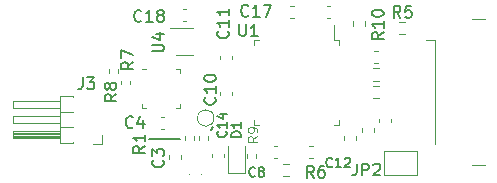
<source format=gbr>
%TF.GenerationSoftware,KiCad,Pcbnew,7.0.6*%
%TF.CreationDate,2023-08-02T13:54:48-07:00*%
%TF.ProjectId,ovrdrive,6f767264-7269-4766-952e-6b696361645f,rev?*%
%TF.SameCoordinates,Original*%
%TF.FileFunction,Legend,Top*%
%TF.FilePolarity,Positive*%
%FSLAX46Y46*%
G04 Gerber Fmt 4.6, Leading zero omitted, Abs format (unit mm)*
G04 Created by KiCad (PCBNEW 7.0.6) date 2023-08-02 13:54:48*
%MOMM*%
%LPD*%
G01*
G04 APERTURE LIST*
%ADD10C,0.150000*%
%ADD11C,0.125000*%
%ADD12C,0.120000*%
%ADD13C,0.100000*%
G04 APERTURE END LIST*
D10*
X122200000Y-107200000D02*
X122000000Y-107400000D01*
X116800000Y-108200000D02*
X119400000Y-108200000D01*
X124562295Y-107990475D02*
X123762295Y-107990475D01*
X123762295Y-107990475D02*
X123762295Y-107799999D01*
X123762295Y-107799999D02*
X123800390Y-107685713D01*
X123800390Y-107685713D02*
X123876580Y-107609523D01*
X123876580Y-107609523D02*
X123952771Y-107571428D01*
X123952771Y-107571428D02*
X124105152Y-107533332D01*
X124105152Y-107533332D02*
X124219438Y-107533332D01*
X124219438Y-107533332D02*
X124371819Y-107571428D01*
X124371819Y-107571428D02*
X124448009Y-107609523D01*
X124448009Y-107609523D02*
X124524200Y-107685713D01*
X124524200Y-107685713D02*
X124562295Y-107799999D01*
X124562295Y-107799999D02*
X124562295Y-107990475D01*
X124562295Y-106771428D02*
X124562295Y-107228571D01*
X124562295Y-106999999D02*
X123762295Y-106999999D01*
X123762295Y-106999999D02*
X123876580Y-107076190D01*
X123876580Y-107076190D02*
X123952771Y-107152380D01*
X123952771Y-107152380D02*
X123990866Y-107228571D01*
X125207142Y-97709580D02*
X125159523Y-97757200D01*
X125159523Y-97757200D02*
X125016666Y-97804819D01*
X125016666Y-97804819D02*
X124921428Y-97804819D01*
X124921428Y-97804819D02*
X124778571Y-97757200D01*
X124778571Y-97757200D02*
X124683333Y-97661961D01*
X124683333Y-97661961D02*
X124635714Y-97566723D01*
X124635714Y-97566723D02*
X124588095Y-97376247D01*
X124588095Y-97376247D02*
X124588095Y-97233390D01*
X124588095Y-97233390D02*
X124635714Y-97042914D01*
X124635714Y-97042914D02*
X124683333Y-96947676D01*
X124683333Y-96947676D02*
X124778571Y-96852438D01*
X124778571Y-96852438D02*
X124921428Y-96804819D01*
X124921428Y-96804819D02*
X125016666Y-96804819D01*
X125016666Y-96804819D02*
X125159523Y-96852438D01*
X125159523Y-96852438D02*
X125207142Y-96900057D01*
X126159523Y-97804819D02*
X125588095Y-97804819D01*
X125873809Y-97804819D02*
X125873809Y-96804819D01*
X125873809Y-96804819D02*
X125778571Y-96947676D01*
X125778571Y-96947676D02*
X125683333Y-97042914D01*
X125683333Y-97042914D02*
X125588095Y-97090533D01*
X126492857Y-96804819D02*
X127159523Y-96804819D01*
X127159523Y-96804819D02*
X126730952Y-97804819D01*
X116157142Y-98159580D02*
X116109523Y-98207200D01*
X116109523Y-98207200D02*
X115966666Y-98254819D01*
X115966666Y-98254819D02*
X115871428Y-98254819D01*
X115871428Y-98254819D02*
X115728571Y-98207200D01*
X115728571Y-98207200D02*
X115633333Y-98111961D01*
X115633333Y-98111961D02*
X115585714Y-98016723D01*
X115585714Y-98016723D02*
X115538095Y-97826247D01*
X115538095Y-97826247D02*
X115538095Y-97683390D01*
X115538095Y-97683390D02*
X115585714Y-97492914D01*
X115585714Y-97492914D02*
X115633333Y-97397676D01*
X115633333Y-97397676D02*
X115728571Y-97302438D01*
X115728571Y-97302438D02*
X115871428Y-97254819D01*
X115871428Y-97254819D02*
X115966666Y-97254819D01*
X115966666Y-97254819D02*
X116109523Y-97302438D01*
X116109523Y-97302438D02*
X116157142Y-97350057D01*
X117109523Y-98254819D02*
X116538095Y-98254819D01*
X116823809Y-98254819D02*
X116823809Y-97254819D01*
X116823809Y-97254819D02*
X116728571Y-97397676D01*
X116728571Y-97397676D02*
X116633333Y-97492914D01*
X116633333Y-97492914D02*
X116538095Y-97540533D01*
X117680952Y-97683390D02*
X117585714Y-97635771D01*
X117585714Y-97635771D02*
X117538095Y-97588152D01*
X117538095Y-97588152D02*
X117490476Y-97492914D01*
X117490476Y-97492914D02*
X117490476Y-97445295D01*
X117490476Y-97445295D02*
X117538095Y-97350057D01*
X117538095Y-97350057D02*
X117585714Y-97302438D01*
X117585714Y-97302438D02*
X117680952Y-97254819D01*
X117680952Y-97254819D02*
X117871428Y-97254819D01*
X117871428Y-97254819D02*
X117966666Y-97302438D01*
X117966666Y-97302438D02*
X118014285Y-97350057D01*
X118014285Y-97350057D02*
X118061904Y-97445295D01*
X118061904Y-97445295D02*
X118061904Y-97492914D01*
X118061904Y-97492914D02*
X118014285Y-97588152D01*
X118014285Y-97588152D02*
X117966666Y-97635771D01*
X117966666Y-97635771D02*
X117871428Y-97683390D01*
X117871428Y-97683390D02*
X117680952Y-97683390D01*
X117680952Y-97683390D02*
X117585714Y-97731009D01*
X117585714Y-97731009D02*
X117538095Y-97778628D01*
X117538095Y-97778628D02*
X117490476Y-97873866D01*
X117490476Y-97873866D02*
X117490476Y-98064342D01*
X117490476Y-98064342D02*
X117538095Y-98159580D01*
X117538095Y-98159580D02*
X117585714Y-98207200D01*
X117585714Y-98207200D02*
X117680952Y-98254819D01*
X117680952Y-98254819D02*
X117871428Y-98254819D01*
X117871428Y-98254819D02*
X117966666Y-98207200D01*
X117966666Y-98207200D02*
X118014285Y-98159580D01*
X118014285Y-98159580D02*
X118061904Y-98064342D01*
X118061904Y-98064342D02*
X118061904Y-97873866D01*
X118061904Y-97873866D02*
X118014285Y-97778628D01*
X118014285Y-97778628D02*
X117966666Y-97731009D01*
X117966666Y-97731009D02*
X117871428Y-97683390D01*
X138083333Y-97904819D02*
X137750000Y-97428628D01*
X137511905Y-97904819D02*
X137511905Y-96904819D01*
X137511905Y-96904819D02*
X137892857Y-96904819D01*
X137892857Y-96904819D02*
X137988095Y-96952438D01*
X137988095Y-96952438D02*
X138035714Y-97000057D01*
X138035714Y-97000057D02*
X138083333Y-97095295D01*
X138083333Y-97095295D02*
X138083333Y-97238152D01*
X138083333Y-97238152D02*
X138035714Y-97333390D01*
X138035714Y-97333390D02*
X137988095Y-97381009D01*
X137988095Y-97381009D02*
X137892857Y-97428628D01*
X137892857Y-97428628D02*
X137511905Y-97428628D01*
X138988095Y-96904819D02*
X138511905Y-96904819D01*
X138511905Y-96904819D02*
X138464286Y-97381009D01*
X138464286Y-97381009D02*
X138511905Y-97333390D01*
X138511905Y-97333390D02*
X138607143Y-97285771D01*
X138607143Y-97285771D02*
X138845238Y-97285771D01*
X138845238Y-97285771D02*
X138940476Y-97333390D01*
X138940476Y-97333390D02*
X138988095Y-97381009D01*
X138988095Y-97381009D02*
X139035714Y-97476247D01*
X139035714Y-97476247D02*
X139035714Y-97714342D01*
X139035714Y-97714342D02*
X138988095Y-97809580D01*
X138988095Y-97809580D02*
X138940476Y-97857200D01*
X138940476Y-97857200D02*
X138845238Y-97904819D01*
X138845238Y-97904819D02*
X138607143Y-97904819D01*
X138607143Y-97904819D02*
X138511905Y-97857200D01*
X138511905Y-97857200D02*
X138464286Y-97809580D01*
X115454819Y-101666666D02*
X114978628Y-101999999D01*
X115454819Y-102238094D02*
X114454819Y-102238094D01*
X114454819Y-102238094D02*
X114454819Y-101857142D01*
X114454819Y-101857142D02*
X114502438Y-101761904D01*
X114502438Y-101761904D02*
X114550057Y-101714285D01*
X114550057Y-101714285D02*
X114645295Y-101666666D01*
X114645295Y-101666666D02*
X114788152Y-101666666D01*
X114788152Y-101666666D02*
X114883390Y-101714285D01*
X114883390Y-101714285D02*
X114931009Y-101761904D01*
X114931009Y-101761904D02*
X114978628Y-101857142D01*
X114978628Y-101857142D02*
X114978628Y-102238094D01*
X114454819Y-101333332D02*
X114454819Y-100666666D01*
X114454819Y-100666666D02*
X115454819Y-101095237D01*
X122359580Y-104642857D02*
X122407200Y-104690476D01*
X122407200Y-104690476D02*
X122454819Y-104833333D01*
X122454819Y-104833333D02*
X122454819Y-104928571D01*
X122454819Y-104928571D02*
X122407200Y-105071428D01*
X122407200Y-105071428D02*
X122311961Y-105166666D01*
X122311961Y-105166666D02*
X122216723Y-105214285D01*
X122216723Y-105214285D02*
X122026247Y-105261904D01*
X122026247Y-105261904D02*
X121883390Y-105261904D01*
X121883390Y-105261904D02*
X121692914Y-105214285D01*
X121692914Y-105214285D02*
X121597676Y-105166666D01*
X121597676Y-105166666D02*
X121502438Y-105071428D01*
X121502438Y-105071428D02*
X121454819Y-104928571D01*
X121454819Y-104928571D02*
X121454819Y-104833333D01*
X121454819Y-104833333D02*
X121502438Y-104690476D01*
X121502438Y-104690476D02*
X121550057Y-104642857D01*
X122454819Y-103690476D02*
X122454819Y-104261904D01*
X122454819Y-103976190D02*
X121454819Y-103976190D01*
X121454819Y-103976190D02*
X121597676Y-104071428D01*
X121597676Y-104071428D02*
X121692914Y-104166666D01*
X121692914Y-104166666D02*
X121740533Y-104261904D01*
X121454819Y-103071428D02*
X121454819Y-102976190D01*
X121454819Y-102976190D02*
X121502438Y-102880952D01*
X121502438Y-102880952D02*
X121550057Y-102833333D01*
X121550057Y-102833333D02*
X121645295Y-102785714D01*
X121645295Y-102785714D02*
X121835771Y-102738095D01*
X121835771Y-102738095D02*
X122073866Y-102738095D01*
X122073866Y-102738095D02*
X122264342Y-102785714D01*
X122264342Y-102785714D02*
X122359580Y-102833333D01*
X122359580Y-102833333D02*
X122407200Y-102880952D01*
X122407200Y-102880952D02*
X122454819Y-102976190D01*
X122454819Y-102976190D02*
X122454819Y-103071428D01*
X122454819Y-103071428D02*
X122407200Y-103166666D01*
X122407200Y-103166666D02*
X122359580Y-103214285D01*
X122359580Y-103214285D02*
X122264342Y-103261904D01*
X122264342Y-103261904D02*
X122073866Y-103309523D01*
X122073866Y-103309523D02*
X121835771Y-103309523D01*
X121835771Y-103309523D02*
X121645295Y-103261904D01*
X121645295Y-103261904D02*
X121550057Y-103214285D01*
X121550057Y-103214285D02*
X121502438Y-103166666D01*
X121502438Y-103166666D02*
X121454819Y-103071428D01*
X117054819Y-100761904D02*
X117864342Y-100761904D01*
X117864342Y-100761904D02*
X117959580Y-100714285D01*
X117959580Y-100714285D02*
X118007200Y-100666666D01*
X118007200Y-100666666D02*
X118054819Y-100571428D01*
X118054819Y-100571428D02*
X118054819Y-100380952D01*
X118054819Y-100380952D02*
X118007200Y-100285714D01*
X118007200Y-100285714D02*
X117959580Y-100238095D01*
X117959580Y-100238095D02*
X117864342Y-100190476D01*
X117864342Y-100190476D02*
X117054819Y-100190476D01*
X117388152Y-99285714D02*
X118054819Y-99285714D01*
X117007200Y-99523809D02*
X117721485Y-99761904D01*
X117721485Y-99761904D02*
X117721485Y-99142857D01*
X111166666Y-102954819D02*
X111166666Y-103669104D01*
X111166666Y-103669104D02*
X111119047Y-103811961D01*
X111119047Y-103811961D02*
X111023809Y-103907200D01*
X111023809Y-103907200D02*
X110880952Y-103954819D01*
X110880952Y-103954819D02*
X110785714Y-103954819D01*
X111547619Y-102954819D02*
X112166666Y-102954819D01*
X112166666Y-102954819D02*
X111833333Y-103335771D01*
X111833333Y-103335771D02*
X111976190Y-103335771D01*
X111976190Y-103335771D02*
X112071428Y-103383390D01*
X112071428Y-103383390D02*
X112119047Y-103431009D01*
X112119047Y-103431009D02*
X112166666Y-103526247D01*
X112166666Y-103526247D02*
X112166666Y-103764342D01*
X112166666Y-103764342D02*
X112119047Y-103859580D01*
X112119047Y-103859580D02*
X112071428Y-103907200D01*
X112071428Y-103907200D02*
X111976190Y-103954819D01*
X111976190Y-103954819D02*
X111690476Y-103954819D01*
X111690476Y-103954819D02*
X111595238Y-103907200D01*
X111595238Y-103907200D02*
X111547619Y-103859580D01*
X125766667Y-111286104D02*
X125728571Y-111324200D01*
X125728571Y-111324200D02*
X125614286Y-111362295D01*
X125614286Y-111362295D02*
X125538095Y-111362295D01*
X125538095Y-111362295D02*
X125423809Y-111324200D01*
X125423809Y-111324200D02*
X125347619Y-111248009D01*
X125347619Y-111248009D02*
X125309524Y-111171819D01*
X125309524Y-111171819D02*
X125271428Y-111019438D01*
X125271428Y-111019438D02*
X125271428Y-110905152D01*
X125271428Y-110905152D02*
X125309524Y-110752771D01*
X125309524Y-110752771D02*
X125347619Y-110676580D01*
X125347619Y-110676580D02*
X125423809Y-110600390D01*
X125423809Y-110600390D02*
X125538095Y-110562295D01*
X125538095Y-110562295D02*
X125614286Y-110562295D01*
X125614286Y-110562295D02*
X125728571Y-110600390D01*
X125728571Y-110600390D02*
X125766667Y-110638485D01*
X126223809Y-110905152D02*
X126147619Y-110867057D01*
X126147619Y-110867057D02*
X126109524Y-110828961D01*
X126109524Y-110828961D02*
X126071428Y-110752771D01*
X126071428Y-110752771D02*
X126071428Y-110714676D01*
X126071428Y-110714676D02*
X126109524Y-110638485D01*
X126109524Y-110638485D02*
X126147619Y-110600390D01*
X126147619Y-110600390D02*
X126223809Y-110562295D01*
X126223809Y-110562295D02*
X126376190Y-110562295D01*
X126376190Y-110562295D02*
X126452381Y-110600390D01*
X126452381Y-110600390D02*
X126490476Y-110638485D01*
X126490476Y-110638485D02*
X126528571Y-110714676D01*
X126528571Y-110714676D02*
X126528571Y-110752771D01*
X126528571Y-110752771D02*
X126490476Y-110828961D01*
X126490476Y-110828961D02*
X126452381Y-110867057D01*
X126452381Y-110867057D02*
X126376190Y-110905152D01*
X126376190Y-110905152D02*
X126223809Y-110905152D01*
X126223809Y-110905152D02*
X126147619Y-110943247D01*
X126147619Y-110943247D02*
X126109524Y-110981342D01*
X126109524Y-110981342D02*
X126071428Y-111057533D01*
X126071428Y-111057533D02*
X126071428Y-111209914D01*
X126071428Y-111209914D02*
X126109524Y-111286104D01*
X126109524Y-111286104D02*
X126147619Y-111324200D01*
X126147619Y-111324200D02*
X126223809Y-111362295D01*
X126223809Y-111362295D02*
X126376190Y-111362295D01*
X126376190Y-111362295D02*
X126452381Y-111324200D01*
X126452381Y-111324200D02*
X126490476Y-111286104D01*
X126490476Y-111286104D02*
X126528571Y-111209914D01*
X126528571Y-111209914D02*
X126528571Y-111057533D01*
X126528571Y-111057533D02*
X126490476Y-110981342D01*
X126490476Y-110981342D02*
X126452381Y-110943247D01*
X126452381Y-110943247D02*
X126376190Y-110905152D01*
X117959580Y-109966666D02*
X118007200Y-110014285D01*
X118007200Y-110014285D02*
X118054819Y-110157142D01*
X118054819Y-110157142D02*
X118054819Y-110252380D01*
X118054819Y-110252380D02*
X118007200Y-110395237D01*
X118007200Y-110395237D02*
X117911961Y-110490475D01*
X117911961Y-110490475D02*
X117816723Y-110538094D01*
X117816723Y-110538094D02*
X117626247Y-110585713D01*
X117626247Y-110585713D02*
X117483390Y-110585713D01*
X117483390Y-110585713D02*
X117292914Y-110538094D01*
X117292914Y-110538094D02*
X117197676Y-110490475D01*
X117197676Y-110490475D02*
X117102438Y-110395237D01*
X117102438Y-110395237D02*
X117054819Y-110252380D01*
X117054819Y-110252380D02*
X117054819Y-110157142D01*
X117054819Y-110157142D02*
X117102438Y-110014285D01*
X117102438Y-110014285D02*
X117150057Y-109966666D01*
X117054819Y-109633332D02*
X117054819Y-109014285D01*
X117054819Y-109014285D02*
X117435771Y-109347618D01*
X117435771Y-109347618D02*
X117435771Y-109204761D01*
X117435771Y-109204761D02*
X117483390Y-109109523D01*
X117483390Y-109109523D02*
X117531009Y-109061904D01*
X117531009Y-109061904D02*
X117626247Y-109014285D01*
X117626247Y-109014285D02*
X117864342Y-109014285D01*
X117864342Y-109014285D02*
X117959580Y-109061904D01*
X117959580Y-109061904D02*
X118007200Y-109109523D01*
X118007200Y-109109523D02*
X118054819Y-109204761D01*
X118054819Y-109204761D02*
X118054819Y-109490475D01*
X118054819Y-109490475D02*
X118007200Y-109585713D01*
X118007200Y-109585713D02*
X117959580Y-109633332D01*
X134366666Y-110254819D02*
X134366666Y-110969104D01*
X134366666Y-110969104D02*
X134319047Y-111111961D01*
X134319047Y-111111961D02*
X134223809Y-111207200D01*
X134223809Y-111207200D02*
X134080952Y-111254819D01*
X134080952Y-111254819D02*
X133985714Y-111254819D01*
X134842857Y-111254819D02*
X134842857Y-110254819D01*
X134842857Y-110254819D02*
X135223809Y-110254819D01*
X135223809Y-110254819D02*
X135319047Y-110302438D01*
X135319047Y-110302438D02*
X135366666Y-110350057D01*
X135366666Y-110350057D02*
X135414285Y-110445295D01*
X135414285Y-110445295D02*
X135414285Y-110588152D01*
X135414285Y-110588152D02*
X135366666Y-110683390D01*
X135366666Y-110683390D02*
X135319047Y-110731009D01*
X135319047Y-110731009D02*
X135223809Y-110778628D01*
X135223809Y-110778628D02*
X134842857Y-110778628D01*
X135795238Y-110350057D02*
X135842857Y-110302438D01*
X135842857Y-110302438D02*
X135938095Y-110254819D01*
X135938095Y-110254819D02*
X136176190Y-110254819D01*
X136176190Y-110254819D02*
X136271428Y-110302438D01*
X136271428Y-110302438D02*
X136319047Y-110350057D01*
X136319047Y-110350057D02*
X136366666Y-110445295D01*
X136366666Y-110445295D02*
X136366666Y-110540533D01*
X136366666Y-110540533D02*
X136319047Y-110683390D01*
X136319047Y-110683390D02*
X135747619Y-111254819D01*
X135747619Y-111254819D02*
X136366666Y-111254819D01*
D11*
X125963595Y-107933332D02*
X125582642Y-108199999D01*
X125963595Y-108390475D02*
X125163595Y-108390475D01*
X125163595Y-108390475D02*
X125163595Y-108085713D01*
X125163595Y-108085713D02*
X125201690Y-108009523D01*
X125201690Y-108009523D02*
X125239785Y-107971428D01*
X125239785Y-107971428D02*
X125315976Y-107933332D01*
X125315976Y-107933332D02*
X125430261Y-107933332D01*
X125430261Y-107933332D02*
X125506452Y-107971428D01*
X125506452Y-107971428D02*
X125544547Y-108009523D01*
X125544547Y-108009523D02*
X125582642Y-108085713D01*
X125582642Y-108085713D02*
X125582642Y-108390475D01*
X125963595Y-107552380D02*
X125963595Y-107399999D01*
X125963595Y-107399999D02*
X125925500Y-107323809D01*
X125925500Y-107323809D02*
X125887404Y-107285713D01*
X125887404Y-107285713D02*
X125773119Y-107209523D01*
X125773119Y-107209523D02*
X125620738Y-107171428D01*
X125620738Y-107171428D02*
X125315976Y-107171428D01*
X125315976Y-107171428D02*
X125239785Y-107209523D01*
X125239785Y-107209523D02*
X125201690Y-107247618D01*
X125201690Y-107247618D02*
X125163595Y-107323809D01*
X125163595Y-107323809D02*
X125163595Y-107476190D01*
X125163595Y-107476190D02*
X125201690Y-107552380D01*
X125201690Y-107552380D02*
X125239785Y-107590475D01*
X125239785Y-107590475D02*
X125315976Y-107628571D01*
X125315976Y-107628571D02*
X125506452Y-107628571D01*
X125506452Y-107628571D02*
X125582642Y-107590475D01*
X125582642Y-107590475D02*
X125620738Y-107552380D01*
X125620738Y-107552380D02*
X125658833Y-107476190D01*
X125658833Y-107476190D02*
X125658833Y-107323809D01*
X125658833Y-107323809D02*
X125620738Y-107247618D01*
X125620738Y-107247618D02*
X125582642Y-107209523D01*
X125582642Y-107209523D02*
X125506452Y-107171428D01*
D10*
X136654819Y-99142857D02*
X136178628Y-99476190D01*
X136654819Y-99714285D02*
X135654819Y-99714285D01*
X135654819Y-99714285D02*
X135654819Y-99333333D01*
X135654819Y-99333333D02*
X135702438Y-99238095D01*
X135702438Y-99238095D02*
X135750057Y-99190476D01*
X135750057Y-99190476D02*
X135845295Y-99142857D01*
X135845295Y-99142857D02*
X135988152Y-99142857D01*
X135988152Y-99142857D02*
X136083390Y-99190476D01*
X136083390Y-99190476D02*
X136131009Y-99238095D01*
X136131009Y-99238095D02*
X136178628Y-99333333D01*
X136178628Y-99333333D02*
X136178628Y-99714285D01*
X136654819Y-98190476D02*
X136654819Y-98761904D01*
X136654819Y-98476190D02*
X135654819Y-98476190D01*
X135654819Y-98476190D02*
X135797676Y-98571428D01*
X135797676Y-98571428D02*
X135892914Y-98666666D01*
X135892914Y-98666666D02*
X135940533Y-98761904D01*
X135654819Y-97571428D02*
X135654819Y-97476190D01*
X135654819Y-97476190D02*
X135702438Y-97380952D01*
X135702438Y-97380952D02*
X135750057Y-97333333D01*
X135750057Y-97333333D02*
X135845295Y-97285714D01*
X135845295Y-97285714D02*
X136035771Y-97238095D01*
X136035771Y-97238095D02*
X136273866Y-97238095D01*
X136273866Y-97238095D02*
X136464342Y-97285714D01*
X136464342Y-97285714D02*
X136559580Y-97333333D01*
X136559580Y-97333333D02*
X136607200Y-97380952D01*
X136607200Y-97380952D02*
X136654819Y-97476190D01*
X136654819Y-97476190D02*
X136654819Y-97571428D01*
X136654819Y-97571428D02*
X136607200Y-97666666D01*
X136607200Y-97666666D02*
X136559580Y-97714285D01*
X136559580Y-97714285D02*
X136464342Y-97761904D01*
X136464342Y-97761904D02*
X136273866Y-97809523D01*
X136273866Y-97809523D02*
X136035771Y-97809523D01*
X136035771Y-97809523D02*
X135845295Y-97761904D01*
X135845295Y-97761904D02*
X135750057Y-97714285D01*
X135750057Y-97714285D02*
X135702438Y-97666666D01*
X135702438Y-97666666D02*
X135654819Y-97571428D01*
X123286104Y-107514285D02*
X123324200Y-107552381D01*
X123324200Y-107552381D02*
X123362295Y-107666666D01*
X123362295Y-107666666D02*
X123362295Y-107742857D01*
X123362295Y-107742857D02*
X123324200Y-107857143D01*
X123324200Y-107857143D02*
X123248009Y-107933333D01*
X123248009Y-107933333D02*
X123171819Y-107971428D01*
X123171819Y-107971428D02*
X123019438Y-108009524D01*
X123019438Y-108009524D02*
X122905152Y-108009524D01*
X122905152Y-108009524D02*
X122752771Y-107971428D01*
X122752771Y-107971428D02*
X122676580Y-107933333D01*
X122676580Y-107933333D02*
X122600390Y-107857143D01*
X122600390Y-107857143D02*
X122562295Y-107742857D01*
X122562295Y-107742857D02*
X122562295Y-107666666D01*
X122562295Y-107666666D02*
X122600390Y-107552381D01*
X122600390Y-107552381D02*
X122638485Y-107514285D01*
X123362295Y-106752381D02*
X123362295Y-107209524D01*
X123362295Y-106980952D02*
X122562295Y-106980952D01*
X122562295Y-106980952D02*
X122676580Y-107057143D01*
X122676580Y-107057143D02*
X122752771Y-107133333D01*
X122752771Y-107133333D02*
X122790866Y-107209524D01*
X122828961Y-106066666D02*
X123362295Y-106066666D01*
X122524200Y-106257142D02*
X123095628Y-106447619D01*
X123095628Y-106447619D02*
X123095628Y-105952380D01*
X115433333Y-107159580D02*
X115385714Y-107207200D01*
X115385714Y-107207200D02*
X115242857Y-107254819D01*
X115242857Y-107254819D02*
X115147619Y-107254819D01*
X115147619Y-107254819D02*
X115004762Y-107207200D01*
X115004762Y-107207200D02*
X114909524Y-107111961D01*
X114909524Y-107111961D02*
X114861905Y-107016723D01*
X114861905Y-107016723D02*
X114814286Y-106826247D01*
X114814286Y-106826247D02*
X114814286Y-106683390D01*
X114814286Y-106683390D02*
X114861905Y-106492914D01*
X114861905Y-106492914D02*
X114909524Y-106397676D01*
X114909524Y-106397676D02*
X115004762Y-106302438D01*
X115004762Y-106302438D02*
X115147619Y-106254819D01*
X115147619Y-106254819D02*
X115242857Y-106254819D01*
X115242857Y-106254819D02*
X115385714Y-106302438D01*
X115385714Y-106302438D02*
X115433333Y-106350057D01*
X116290476Y-106588152D02*
X116290476Y-107254819D01*
X116052381Y-106207200D02*
X115814286Y-106921485D01*
X115814286Y-106921485D02*
X116433333Y-106921485D01*
X132285714Y-110486104D02*
X132247618Y-110524200D01*
X132247618Y-110524200D02*
X132133333Y-110562295D01*
X132133333Y-110562295D02*
X132057142Y-110562295D01*
X132057142Y-110562295D02*
X131942856Y-110524200D01*
X131942856Y-110524200D02*
X131866666Y-110448009D01*
X131866666Y-110448009D02*
X131828571Y-110371819D01*
X131828571Y-110371819D02*
X131790475Y-110219438D01*
X131790475Y-110219438D02*
X131790475Y-110105152D01*
X131790475Y-110105152D02*
X131828571Y-109952771D01*
X131828571Y-109952771D02*
X131866666Y-109876580D01*
X131866666Y-109876580D02*
X131942856Y-109800390D01*
X131942856Y-109800390D02*
X132057142Y-109762295D01*
X132057142Y-109762295D02*
X132133333Y-109762295D01*
X132133333Y-109762295D02*
X132247618Y-109800390D01*
X132247618Y-109800390D02*
X132285714Y-109838485D01*
X133047618Y-110562295D02*
X132590475Y-110562295D01*
X132819047Y-110562295D02*
X132819047Y-109762295D01*
X132819047Y-109762295D02*
X132742856Y-109876580D01*
X132742856Y-109876580D02*
X132666666Y-109952771D01*
X132666666Y-109952771D02*
X132590475Y-109990866D01*
X133352380Y-109838485D02*
X133390476Y-109800390D01*
X133390476Y-109800390D02*
X133466666Y-109762295D01*
X133466666Y-109762295D02*
X133657142Y-109762295D01*
X133657142Y-109762295D02*
X133733333Y-109800390D01*
X133733333Y-109800390D02*
X133771428Y-109838485D01*
X133771428Y-109838485D02*
X133809523Y-109914676D01*
X133809523Y-109914676D02*
X133809523Y-109990866D01*
X133809523Y-109990866D02*
X133771428Y-110105152D01*
X133771428Y-110105152D02*
X133314285Y-110562295D01*
X133314285Y-110562295D02*
X133809523Y-110562295D01*
X116454819Y-108766666D02*
X115978628Y-109099999D01*
X116454819Y-109338094D02*
X115454819Y-109338094D01*
X115454819Y-109338094D02*
X115454819Y-108957142D01*
X115454819Y-108957142D02*
X115502438Y-108861904D01*
X115502438Y-108861904D02*
X115550057Y-108814285D01*
X115550057Y-108814285D02*
X115645295Y-108766666D01*
X115645295Y-108766666D02*
X115788152Y-108766666D01*
X115788152Y-108766666D02*
X115883390Y-108814285D01*
X115883390Y-108814285D02*
X115931009Y-108861904D01*
X115931009Y-108861904D02*
X115978628Y-108957142D01*
X115978628Y-108957142D02*
X115978628Y-109338094D01*
X116454819Y-107814285D02*
X116454819Y-108385713D01*
X116454819Y-108099999D02*
X115454819Y-108099999D01*
X115454819Y-108099999D02*
X115597676Y-108195237D01*
X115597676Y-108195237D02*
X115692914Y-108290475D01*
X115692914Y-108290475D02*
X115740533Y-108385713D01*
X123459580Y-99042857D02*
X123507200Y-99090476D01*
X123507200Y-99090476D02*
X123554819Y-99233333D01*
X123554819Y-99233333D02*
X123554819Y-99328571D01*
X123554819Y-99328571D02*
X123507200Y-99471428D01*
X123507200Y-99471428D02*
X123411961Y-99566666D01*
X123411961Y-99566666D02*
X123316723Y-99614285D01*
X123316723Y-99614285D02*
X123126247Y-99661904D01*
X123126247Y-99661904D02*
X122983390Y-99661904D01*
X122983390Y-99661904D02*
X122792914Y-99614285D01*
X122792914Y-99614285D02*
X122697676Y-99566666D01*
X122697676Y-99566666D02*
X122602438Y-99471428D01*
X122602438Y-99471428D02*
X122554819Y-99328571D01*
X122554819Y-99328571D02*
X122554819Y-99233333D01*
X122554819Y-99233333D02*
X122602438Y-99090476D01*
X122602438Y-99090476D02*
X122650057Y-99042857D01*
X123554819Y-98090476D02*
X123554819Y-98661904D01*
X123554819Y-98376190D02*
X122554819Y-98376190D01*
X122554819Y-98376190D02*
X122697676Y-98471428D01*
X122697676Y-98471428D02*
X122792914Y-98566666D01*
X122792914Y-98566666D02*
X122840533Y-98661904D01*
X123554819Y-97138095D02*
X123554819Y-97709523D01*
X123554819Y-97423809D02*
X122554819Y-97423809D01*
X122554819Y-97423809D02*
X122697676Y-97519047D01*
X122697676Y-97519047D02*
X122792914Y-97614285D01*
X122792914Y-97614285D02*
X122840533Y-97709523D01*
X130733333Y-111454819D02*
X130400000Y-110978628D01*
X130161905Y-111454819D02*
X130161905Y-110454819D01*
X130161905Y-110454819D02*
X130542857Y-110454819D01*
X130542857Y-110454819D02*
X130638095Y-110502438D01*
X130638095Y-110502438D02*
X130685714Y-110550057D01*
X130685714Y-110550057D02*
X130733333Y-110645295D01*
X130733333Y-110645295D02*
X130733333Y-110788152D01*
X130733333Y-110788152D02*
X130685714Y-110883390D01*
X130685714Y-110883390D02*
X130638095Y-110931009D01*
X130638095Y-110931009D02*
X130542857Y-110978628D01*
X130542857Y-110978628D02*
X130161905Y-110978628D01*
X131590476Y-110454819D02*
X131400000Y-110454819D01*
X131400000Y-110454819D02*
X131304762Y-110502438D01*
X131304762Y-110502438D02*
X131257143Y-110550057D01*
X131257143Y-110550057D02*
X131161905Y-110692914D01*
X131161905Y-110692914D02*
X131114286Y-110883390D01*
X131114286Y-110883390D02*
X131114286Y-111264342D01*
X131114286Y-111264342D02*
X131161905Y-111359580D01*
X131161905Y-111359580D02*
X131209524Y-111407200D01*
X131209524Y-111407200D02*
X131304762Y-111454819D01*
X131304762Y-111454819D02*
X131495238Y-111454819D01*
X131495238Y-111454819D02*
X131590476Y-111407200D01*
X131590476Y-111407200D02*
X131638095Y-111359580D01*
X131638095Y-111359580D02*
X131685714Y-111264342D01*
X131685714Y-111264342D02*
X131685714Y-111026247D01*
X131685714Y-111026247D02*
X131638095Y-110931009D01*
X131638095Y-110931009D02*
X131590476Y-110883390D01*
X131590476Y-110883390D02*
X131495238Y-110835771D01*
X131495238Y-110835771D02*
X131304762Y-110835771D01*
X131304762Y-110835771D02*
X131209524Y-110883390D01*
X131209524Y-110883390D02*
X131161905Y-110931009D01*
X131161905Y-110931009D02*
X131114286Y-111026247D01*
X114029819Y-104366666D02*
X113553628Y-104699999D01*
X114029819Y-104938094D02*
X113029819Y-104938094D01*
X113029819Y-104938094D02*
X113029819Y-104557142D01*
X113029819Y-104557142D02*
X113077438Y-104461904D01*
X113077438Y-104461904D02*
X113125057Y-104414285D01*
X113125057Y-104414285D02*
X113220295Y-104366666D01*
X113220295Y-104366666D02*
X113363152Y-104366666D01*
X113363152Y-104366666D02*
X113458390Y-104414285D01*
X113458390Y-104414285D02*
X113506009Y-104461904D01*
X113506009Y-104461904D02*
X113553628Y-104557142D01*
X113553628Y-104557142D02*
X113553628Y-104938094D01*
X113458390Y-103795237D02*
X113410771Y-103890475D01*
X113410771Y-103890475D02*
X113363152Y-103938094D01*
X113363152Y-103938094D02*
X113267914Y-103985713D01*
X113267914Y-103985713D02*
X113220295Y-103985713D01*
X113220295Y-103985713D02*
X113125057Y-103938094D01*
X113125057Y-103938094D02*
X113077438Y-103890475D01*
X113077438Y-103890475D02*
X113029819Y-103795237D01*
X113029819Y-103795237D02*
X113029819Y-103604761D01*
X113029819Y-103604761D02*
X113077438Y-103509523D01*
X113077438Y-103509523D02*
X113125057Y-103461904D01*
X113125057Y-103461904D02*
X113220295Y-103414285D01*
X113220295Y-103414285D02*
X113267914Y-103414285D01*
X113267914Y-103414285D02*
X113363152Y-103461904D01*
X113363152Y-103461904D02*
X113410771Y-103509523D01*
X113410771Y-103509523D02*
X113458390Y-103604761D01*
X113458390Y-103604761D02*
X113458390Y-103795237D01*
X113458390Y-103795237D02*
X113506009Y-103890475D01*
X113506009Y-103890475D02*
X113553628Y-103938094D01*
X113553628Y-103938094D02*
X113648866Y-103985713D01*
X113648866Y-103985713D02*
X113839342Y-103985713D01*
X113839342Y-103985713D02*
X113934580Y-103938094D01*
X113934580Y-103938094D02*
X113982200Y-103890475D01*
X113982200Y-103890475D02*
X114029819Y-103795237D01*
X114029819Y-103795237D02*
X114029819Y-103604761D01*
X114029819Y-103604761D02*
X113982200Y-103509523D01*
X113982200Y-103509523D02*
X113934580Y-103461904D01*
X113934580Y-103461904D02*
X113839342Y-103414285D01*
X113839342Y-103414285D02*
X113648866Y-103414285D01*
X113648866Y-103414285D02*
X113553628Y-103461904D01*
X113553628Y-103461904D02*
X113506009Y-103509523D01*
X113506009Y-103509523D02*
X113458390Y-103604761D01*
X124438095Y-98454819D02*
X124438095Y-99264342D01*
X124438095Y-99264342D02*
X124485714Y-99359580D01*
X124485714Y-99359580D02*
X124533333Y-99407200D01*
X124533333Y-99407200D02*
X124628571Y-99454819D01*
X124628571Y-99454819D02*
X124819047Y-99454819D01*
X124819047Y-99454819D02*
X124914285Y-99407200D01*
X124914285Y-99407200D02*
X124961904Y-99359580D01*
X124961904Y-99359580D02*
X125009523Y-99264342D01*
X125009523Y-99264342D02*
X125009523Y-98454819D01*
X126009523Y-99454819D02*
X125438095Y-99454819D01*
X125723809Y-99454819D02*
X125723809Y-98454819D01*
X125723809Y-98454819D02*
X125628571Y-98597676D01*
X125628571Y-98597676D02*
X125533333Y-98692914D01*
X125533333Y-98692914D02*
X125438095Y-98740533D01*
D12*
%TO.C,D1*%
X123465000Y-108800000D02*
X123465000Y-111085000D01*
X124935000Y-111085000D02*
X124935000Y-108800000D01*
X123465000Y-111085000D02*
X124935000Y-111085000D01*
%TO.C,C17*%
X129040580Y-97910000D02*
X128759420Y-97910000D01*
X129040580Y-96890000D02*
X128759420Y-96890000D01*
D13*
%TO.C,D3*%
X121250000Y-111180000D02*
G75*
G03*
X121250000Y-111180000I-50000J0D01*
G01*
D12*
%TO.C,C7*%
X131859420Y-96890000D02*
X132140580Y-96890000D01*
X131859420Y-97910000D02*
X132140580Y-97910000D01*
%TO.C,C18*%
X119940580Y-98210000D02*
X119659420Y-98210000D01*
X119940580Y-97190000D02*
X119659420Y-97190000D01*
%TO.C,R4*%
X136237258Y-103222500D02*
X135762742Y-103222500D01*
X136237258Y-102177500D02*
X135762742Y-102177500D01*
%TO.C,R5*%
X138462258Y-99322500D02*
X137987742Y-99322500D01*
X138462258Y-98277500D02*
X137987742Y-98277500D01*
%TO.C,C6*%
X135810000Y-107259420D02*
X135810000Y-107540580D01*
X134790000Y-107259420D02*
X134790000Y-107540580D01*
%TO.C,R7*%
X115180000Y-103246359D02*
X115180000Y-103553641D01*
X114420000Y-103246359D02*
X114420000Y-103553641D01*
%TO.C,J1*%
X140980000Y-99800000D02*
X140225000Y-99800000D01*
X140980000Y-99800000D02*
X140980000Y-108600000D01*
X144150000Y-98055000D02*
X145200000Y-98055000D01*
X144150000Y-110345000D02*
X145200000Y-110345000D01*
%TO.C,C10*%
X122790000Y-104159420D02*
X122790000Y-104440580D01*
X123810000Y-104159420D02*
X123810000Y-104440580D01*
%TO.C,U4*%
X119100000Y-101060000D02*
X120500000Y-101060000D01*
X120500000Y-98740000D02*
X118600000Y-98740000D01*
%TO.C,J3*%
X112830000Y-108560000D02*
X112070000Y-108560000D01*
X112830000Y-107800000D02*
X112830000Y-108560000D01*
X110360000Y-108495000D02*
X109240000Y-108495000D01*
X110360000Y-108419677D02*
X110360000Y-108495000D01*
X110360000Y-107180323D02*
X110360000Y-107149677D01*
X110360000Y-107165000D02*
X109240000Y-107165000D01*
X110360000Y-105910323D02*
X110360000Y-105879677D01*
X110360000Y-105895000D02*
X109240000Y-105895000D01*
X110360000Y-104565000D02*
X110360000Y-104640323D01*
X109240000Y-108495000D02*
X109240000Y-104565000D01*
X109240000Y-108060000D02*
X105240000Y-108060000D01*
X109240000Y-108000000D02*
X105240000Y-108000000D01*
X109240000Y-107880000D02*
X105240000Y-107880000D01*
X109240000Y-107760000D02*
X105240000Y-107760000D01*
X109240000Y-107640000D02*
X105240000Y-107640000D01*
X109240000Y-106790000D02*
X105240000Y-106790000D01*
X109240000Y-105520000D02*
X105240000Y-105520000D01*
X109240000Y-104565000D02*
X110360000Y-104565000D01*
X105240000Y-108060000D02*
X105240000Y-107540000D01*
X105240000Y-107540000D02*
X109240000Y-107540000D01*
X105240000Y-106790000D02*
X105240000Y-106270000D01*
X105240000Y-106270000D02*
X109240000Y-106270000D01*
X105240000Y-105520000D02*
X105240000Y-105000000D01*
X105240000Y-105000000D02*
X109240000Y-105000000D01*
%TO.C,C8*%
X127640580Y-108790000D02*
X127359420Y-108790000D01*
X127640580Y-109810000D02*
X127359420Y-109810000D01*
%TO.C,C3*%
X119510000Y-109830580D02*
X119510000Y-109549420D01*
X118490000Y-109830580D02*
X118490000Y-109549420D01*
%TO.C,TP2*%
X122300000Y-106400000D02*
G75*
G03*
X122300000Y-106400000I-700000J0D01*
G01*
D13*
%TO.C,D2*%
X120250000Y-111180000D02*
G75*
G03*
X120250000Y-111180000I-50000J0D01*
G01*
D12*
%TO.C,C9*%
X137310000Y-106459420D02*
X137310000Y-106740580D01*
X136290000Y-106459420D02*
X136290000Y-106740580D01*
%TO.C,JP2*%
X139500000Y-111200000D02*
X136700000Y-111200000D01*
X139500000Y-109200000D02*
X139500000Y-111200000D01*
X136700000Y-111200000D02*
X136700000Y-109200000D01*
X136700000Y-109200000D02*
X139500000Y-109200000D01*
%TO.C,R9*%
X125120000Y-109446359D02*
X125120000Y-109753641D01*
X125880000Y-109446359D02*
X125880000Y-109753641D01*
%TO.C,R3*%
X136237258Y-104722500D02*
X135762742Y-104722500D01*
X136237258Y-103677500D02*
X135762742Y-103677500D01*
%TO.C,R10*%
X135122500Y-98162742D02*
X135122500Y-98637258D01*
X134077500Y-98162742D02*
X134077500Y-98637258D01*
%TO.C,C14*%
X122090000Y-109740580D02*
X122090000Y-109459420D01*
X123110000Y-109740580D02*
X123110000Y-109459420D01*
%TO.C,C4*%
X118065580Y-106290000D02*
X117784420Y-106290000D01*
X118065580Y-107310000D02*
X117784420Y-107310000D01*
%TO.C,C12*%
X130359420Y-108790000D02*
X130640580Y-108790000D01*
X130359420Y-109810000D02*
X130640580Y-109810000D01*
%TO.C,R1*%
X119820000Y-108243641D02*
X119820000Y-107936359D01*
X120580000Y-108243641D02*
X120580000Y-107936359D01*
%TO.C,R2*%
X121020000Y-108243641D02*
X121020000Y-107936359D01*
X121780000Y-108243641D02*
X121780000Y-107936359D01*
%TO.C,U3*%
X116215000Y-105510000D02*
X116215000Y-105185000D01*
X116540000Y-102290000D02*
X116215000Y-102290000D01*
X116540000Y-105510000D02*
X116215000Y-105510000D01*
X119110000Y-102290000D02*
X119435000Y-102290000D01*
X119110000Y-105510000D02*
X119435000Y-105510000D01*
X119435000Y-102290000D02*
X119435000Y-102615000D01*
X119435000Y-105510000D02*
X119435000Y-105185000D01*
%TO.C,C5*%
X134310000Y-107959420D02*
X134310000Y-108240580D01*
X133290000Y-107959420D02*
X133290000Y-108240580D01*
%TO.C,C11*%
X122790000Y-101440580D02*
X122790000Y-101159420D01*
X123810000Y-101440580D02*
X123810000Y-101159420D01*
%TO.C,C13*%
X135859420Y-100690000D02*
X136140580Y-100690000D01*
X135859420Y-101710000D02*
X136140580Y-101710000D01*
%TO.C,R6*%
X128637258Y-111322500D02*
X128162742Y-111322500D01*
X128637258Y-110277500D02*
X128162742Y-110277500D01*
%TO.C,R8*%
X114180000Y-102246359D02*
X114180000Y-102553641D01*
X113420000Y-102246359D02*
X113420000Y-102553641D01*
%TO.C,U1*%
X132910000Y-99790000D02*
X132460000Y-99790000D01*
X132460000Y-99790000D02*
X132460000Y-98500000D01*
X125690000Y-99790000D02*
X126140000Y-99790000D01*
X132910000Y-100240000D02*
X132910000Y-99790000D01*
X125690000Y-100240000D02*
X125690000Y-99790000D01*
X132910000Y-106560000D02*
X132910000Y-107010000D01*
X125690000Y-106560000D02*
X125690000Y-107010000D01*
X132910000Y-107010000D02*
X132460000Y-107010000D01*
X125690000Y-107010000D02*
X126140000Y-107010000D01*
%TD*%
M02*

</source>
